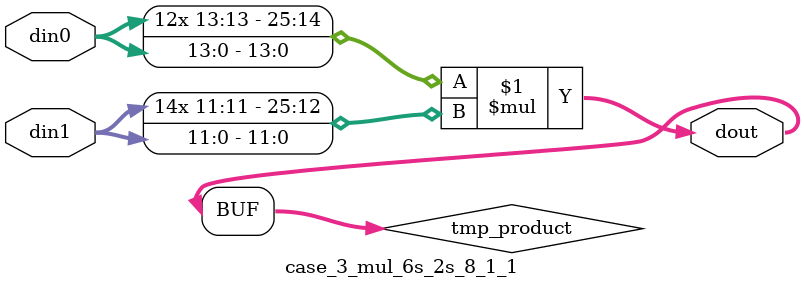
<source format=v>

`timescale 1 ns / 1 ps

 (* use_dsp = "no" *)  module case_3_mul_6s_2s_8_1_1(din0, din1, dout);
parameter ID = 1;
parameter NUM_STAGE = 0;
parameter din0_WIDTH = 14;
parameter din1_WIDTH = 12;
parameter dout_WIDTH = 26;

input [din0_WIDTH - 1 : 0] din0; 
input [din1_WIDTH - 1 : 0] din1; 
output [dout_WIDTH - 1 : 0] dout;

wire signed [dout_WIDTH - 1 : 0] tmp_product;



























assign tmp_product = $signed(din0) * $signed(din1);








assign dout = tmp_product;





















endmodule

</source>
